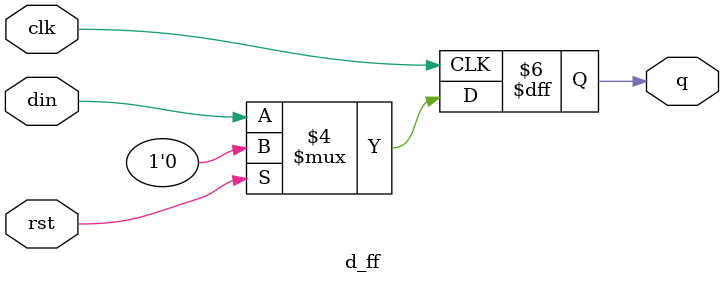
<source format=v>
`timescale 1ns / 1ps


module d_ff(clk,rst,din,q);
input din,clk,rst;
output reg q=0;
always@(posedge clk)
      begin
          if (rst)
              q<=0;
          else
              q<=din;
      end
endmodule

</source>
